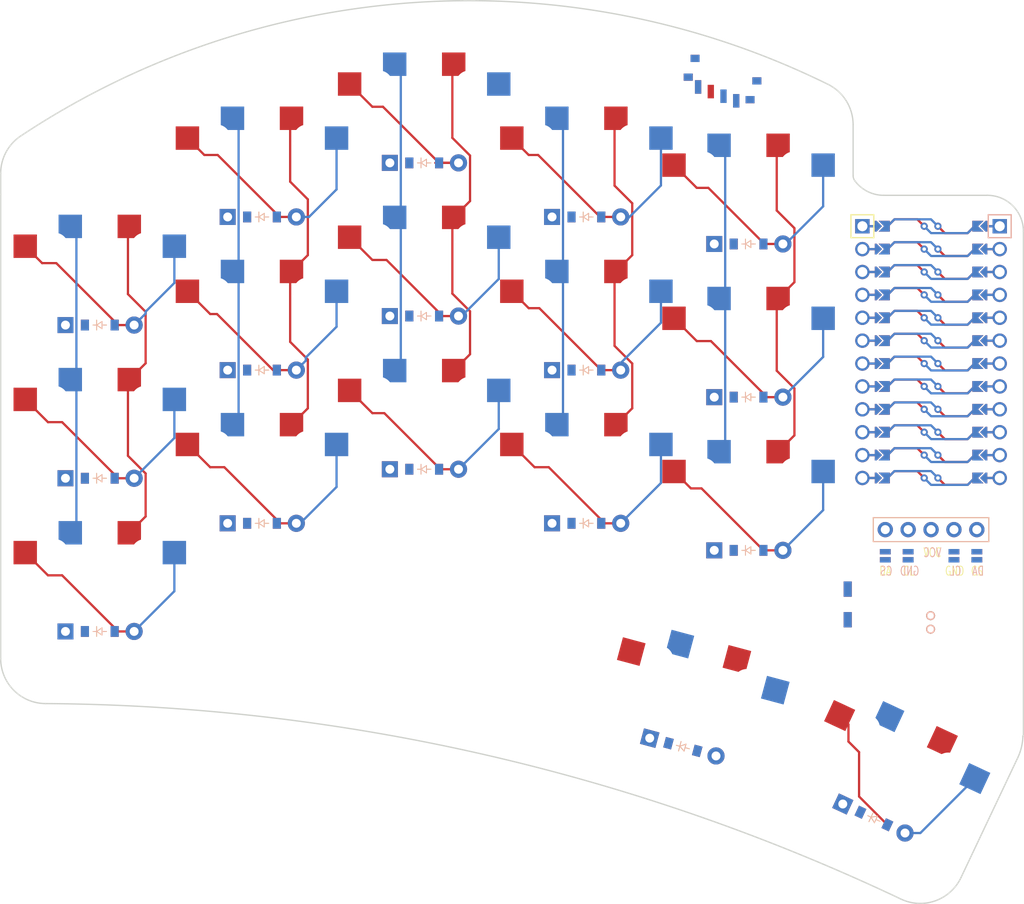
<source format=kicad_pcb>
(kicad_pcb (version 20211014) (generator pcbnew)
  (title_block (title "3x5_2") (rev "v1.0.0") (company "Unknown"))
  (layers (0 "F.Cu" signal) (31 "B.Cu" signal) (34 "B.Paste" user) (35 "F.Paste" user) (36 "B.SilkS" user "B.Silkscreen") (37 "F.SilkS" user "F.Silkscreen") (38 "B.Mask" user) (39 "F.Mask" user) (44 "Edge.Cuts" user))
  (net 0 "")
  (net 1 "P3")
  (net 2 "pinky_bot")
  (net 3 "pinky_mid")
  (net 4 "pinky_top")
  (net 5 "P4")
  (net 6 "ring_bot")
  (net 7 "ring_mid")
  (net 8 "ring_top")
  (net 9 "P5")
  (net 10 "middle_bot")
  (net 11 "middle_mid")
  (net 12 "middle_top")
  (net 13 "P6")
  (net 14 "index_bot")
  (net 15 "index_mid")
  (net 16 "index_top")
  (net 17 "P7")
  (net 18 "inner_bot")
  (net 19 "inner_mid")
  (net 20 "inner_top")
  (net 21 "out_default")
  (net 22 "in_default")
  (net 23 "P0")
  (net 24 "P1")
  (net 25 "P2")
  (net 26 "RAW")
  (net 27 "GND")
  (net 28 "RST")
  (net 29 "VCC")
  (net 30 "P21")
  (net 31 "P20")
  (net 32 "P19")
  (net 33 "P18")
  (net 34 "P15")
  (net 35 "P14")
  (net 36 "P16")
  (net 37 "P10")
  (net 38 "P8")
  (net 39 "P9")
  (net 40 "MOSI")
  (net 41 "SCK")
  (net 42 "CS")
  (net 43 "DISP1_1")
  (net 44 "DISP1_2")
  (net 45 "DISP1_4")
  (net 46 "DISP1_5")
  (net 47 "pos")
  (footprint "lib:bat" (layer "F.Cu") (at 92.2 4 180)
    (fp_text reference "")
    (fp_text value "")
  )
  (footprint "ComboDiode" (layer "F.Cu") (at 18 -7)
    (fp_text reference "D4" hide)
    (fp_text value "" hide)
  )
  (footprint "ComboDiode" (layer "F.Cu") (at 72 -21)
    (fp_text reference "D14" hide)
    (fp_text value "" hide)
  )
  (footprint "PG1350" (layer "F.Cu") (at 18 -29)
    (fp_text reference "S5" hide)
    (fp_text value "" hide)
  )
  (footprint "PG1350" (layer "F.Cu") (at 18 -12)
    (fp_text reference "S4" hide)
    (fp_text value "" hide)
  )
  (footprint "PG1350" (layer "F.Cu") (at 36 -18)
    (fp_text reference "S7" hide)
    (fp_text value "" hide)
  )
  (footprint "PG1350" (layer "F.Cu") (at 36 -52)
    (fp_text reference "S9" hide)
    (fp_text value "" hide)
  )
  (footprint "ComboDiode" (layer "F.Cu") (at 54 -24)
    (fp_text reference "D11" hide)
    (fp_text value "" hide)
  )
  (footprint "PG1350" (layer "F.Cu") (at 72 -9)
    (fp_text reference "S13" hide)
    (fp_text value "" hide)
  )
  (footprint "Button_Switch_SMD:SW_SPST_B3U-1000P" (layer "F.Cu") (at 83 2 90)
    (fp_text reference "")
    (fp_text value "")
  )
  (footprint "ComboDiode" (layer "F.Cu") (at 64.705905 17.829629 -15)
    (fp_text reference "D16" hide)
    (fp_text value "" hide)
  )
  (footprint "ComboDiode" (layer "F.Cu") (at 36 -13)
    (fp_text reference "D7" hide)
    (fp_text value "" hide)
  )
  (footprint "PG1350" (layer "F.Cu") (at 72 -43)
    (fp_text reference "S15" hide)
    (fp_text value "" hide)
  )
  (footprint "PG1350" (layer "F.Cu") (at 0 -34)
    (fp_text reference "S3" hide)
    (fp_text value "" hide)
  )
  (footprint "PG1350" (layer "F.Cu") (at 88.020322 21.229699 -25)
    (fp_text reference "S17" hide)
    (fp_text value "" hide)
  )
  (footprint "PG1350" (layer "F.Cu") (at 36 -35)
    (fp_text reference "S8" hide)
    (fp_text value "" hide)
  )
  (footprint "ComboDiode" (layer "F.Cu") (at 72 -38)
    (fp_text reference "D15" hide)
    (fp_text value "" hide)
  )
  (footprint "ComboDiode" (layer "F.Cu") (at 85.90723 25.761238 -25)
    (fp_text reference "D17" hide)
    (fp_text value "" hide)
  )
  (footprint "PG1350" (layer "F.Cu") (at 54 -29)
    (fp_text reference "S11" hide)
    (fp_text value "" hide)
  )
  (footprint "PG1350" (layer "F.Cu") (at 18 -46)
    (fp_text reference "S6" hide)
    (fp_text value "" hide)
  )
  (footprint "ComboDiode" (layer "F.Cu") (at 18 -41)
    (fp_text reference "D6" hide)
    (fp_text value "" hide)
  )
  (footprint "PG1350" (layer "F.Cu") (at 54 -12)
    (fp_text reference "S10" hide)
    (fp_text value "" hide)
  )
  (footprint "Button_Switch_SMD:SW_SPDT_PCM12" (layer "F.Cu") (at 69 -56 160)
    (fp_text reference "")
    (fp_text value "")
  )
  (footprint "PG1350" (layer "F.Cu") (at 0 0)
    (fp_text reference "S1" hide)
    (fp_text value "" hide)
  )
  (footprint "nice!view" (layer "F.Cu") (at 92.25 -23)
    (fp_text reference "DISP1" hide)
    (fp_text value "")
  )
  (footprint "ComboDiode" (layer "F.Cu") (at 36 -47)
    (fp_text reference "D9" hide)
    (fp_text value "" hide)
  )
  (footprint "ComboDiode" (layer "F.Cu") (at 54 -41)
    (fp_text reference "D12" hide)
    (fp_text value "" hide)
  )
  (footprint "PG1350" (layer "F.Cu") (at 0 -17)
    (fp_text reference "S2" hide)
    (fp_text value "" hide)
  )
  (footprint "PG1350" (layer "F.Cu") (at 72 -26)
    (fp_text reference "S14" hide)
    (fp_text value "" hide)
  )
  (footprint "PG1350" (layer "F.Cu") (at 54 -46)
    (fp_text reference "S12" hide)
    (fp_text value "" hide)
  )
  (footprint "ComboDiode" (layer "F.Cu") (at 0 5)
    (fp_text reference "D1" hide)
    (fp_text value "" hide)
  )
  (footprint "ProMicro" (layer "F.Cu") (at 92.25 -26 -90)
    (fp_text reference "MCU1" hide)
    (fp_text value "")
  )
  (footprint "PG1350" (layer "F.Cu") (at 66 13 -15)
    (fp_text reference "S16" hide)
    (fp_text value "" hide)
  )
  (footprint "ComboDiode" (layer "F.Cu") (at 0 -12)
    (fp_text reference "D2" hide)
    (fp_text value "" hide)
  )
  (footprint "ComboDiode" (layer "F.Cu") (at 72 -4)
    (fp_text reference "D13" hide)
    (fp_text value "" hide)
  )
  (footprint "ComboDiode" (layer "F.Cu") (at 36 -30)
    (fp_text reference "D8" hide)
    (fp_text value "" hide)
  )
  (footprint "ComboDiode" (layer "F.Cu") (at 54 -7)
    (fp_text reference "D10" hide)
    (fp_text value "" hide)
  )
  (footprint "ComboDiode" (layer "F.Cu") (at 0 -29)
    (fp_text reference "D3" hide)
    (fp_text value "" hide)
  )
  (footprint "ComboDiode" (layer "F.Cu") (at 18 -24)
    (fp_text reference "D5" hide)
    (fp_text value "" hide)
  )
  (gr_arc (start 102.443413 16.6) (mid 102.282652 17.841207) (end 101.867889 19.022059) (layer "Edge.Cuts") (width 0.15))
  (gr_arc (start -6.032609 13.004785) (mid -9.547044 11.528877) (end -11 8.004891) (layer "Edge.Cuts") (width 0.15))
  (gr_arc (start 83.8 -45) (mid 83.651317 -45.283772) (end 83.6 -45.6) (layer "Edge.Cuts") (width 0.15))
  (gr_line (start 87 -43.4) (end 98.5 -43.4) (layer "Edge.Cuts") (width 0.15))
  (gr_arc (start -8.764706 -49.989827) (mid 35.258776 -64.816694) (end 80.811765 -55.715695) (layer "Edge.Cuts") (width 0.15))
  (gr_arc (start 87 -43.4) (mid 85.211146 -43.822291) (end 83.8 -45) (layer "Edge.Cuts") (width 0.15))
  (gr_arc (start -6.032609 13.004785) (mid 42.625546 18.654543) (end 88.907838 34.700888) (layer "Edge.Cuts") (width 0.15))
  (gr_arc (start 80.811765 -55.715694) (mid 82.846105 -53.871676) (end 83.6 -51.231489) (layer "Edge.Cuts") (width 0.15))
  (gr_line (start -11 8.004891) (end -11 -43.5) (layer "Edge.Cuts") (width 0.15))
  (gr_line (start -11 -43.5) (end -11 -45.823725) (layer "Edge.Cuts") (width 0.15))
  (gr_line (start 101.867889 19.022059) (end 95.569153 32.323077) (layer "Edge.Cuts") (width 0.15))
  (gr_arc (start 95.569154 32.323078) (mid 92.731145 34.892116) (end 88.907838 34.700888) (layer "Edge.Cuts") (width 0.15))
  (gr_arc (start -11 -45.823725) (mid -10.405879 -48.18767) (end -8.764706 -49.989826) (layer "Edge.Cuts") (width 0.15))
  (gr_line (start 102.443413 16.6) (end 102.5 16.6) (layer "Edge.Cuts") (width 0.15))
  (gr_arc (start 98.5 -43.4) (mid 101.328427 -42.228427) (end 102.5 -39.4) (layer "Edge.Cuts") (width 0.15))
  (gr_line (start 102.5 16.6) (end 102.5 -39.4) (layer "Edge.Cuts") (width 0.15))
  (gr_line (start 83.6 -45.6) (end 83.6 -51.231489) (layer "Edge.Cuts") (width 0.15))
  (segment (start 5.0875 -12.529158) (end 5.0875 -7.7625) (width 0.25) (layer "F.Cu") (net 1))
  (segment (start 3.124999 -32.435001) (end 5.0875 -30.4725) (width 0.25) (layer "F.Cu") (net 1))
  (segment (start 3.275 -39.95) (end 3.124999 -39.799999) (width 0.25) (layer "F.Cu") (net 1))
  (segment (start 3.124999 -39.799999) (end 3.124999 -32.435001) (width 0.25) (layer "F.Cu") (net 1))
  (segment (start 5.0875 -30.4725) (end 5.0875 -24.7625) (width 0.25) (layer "F.Cu") (net 1))
  (segment (start 3.124999 -14.491659) (end 5.0875 -12.529158) (width 0.25) (layer "F.Cu") (net 1))
  (segment (start 3.275 -22.95) (end 3.124999 -22.799999) (width 0.25) (layer "F.Cu") (net 1))
  (segment (start 5.0875 -24.7625) (end 3.275 -22.95) (width 0.25) (layer "F.Cu") (net 1))
  (segment (start 3.124999 -22.799999) (end 3.124999 -14.491659) (width 0.25) (layer "F.Cu") (net 1))
  (segment (start 5.0875 -7.7625) (end 3.275 -5.95) (width 0.25) (layer "F.Cu") (net 1))
  (segment (start -3.275 -39.95) (end -2.596 -39.271) (width 0.25) (layer "B.Cu") (net 1))
  (segment (start -2.596 -22.271) (end -2.596 -6.629) (width 0.25) (layer "B.Cu") (net 1))
  (segment (start -2.596 -39.271) (end -2.596 -23.629) (width 0.25) (layer "B.Cu") (net 1))
  (segment (start -3.275 -22.95) (end -2.596 -22.271) (width 0.25) (layer "B.Cu") (net 1))
  (segment (start -2.596 -23.629) (end -3.275 -22.95) (width 0.25) (layer "B.Cu") (net 1))
  (segment (start -2.596 -6.629) (end -3.275 -5.95) (width 0.25) (layer "B.Cu") (net 1))
  (segment (start -4.180902 -1.225901) (end 2.044999 5) (width 0.25) (layer "F.Cu") (net 2))
  (segment (start -5.750901 -1.225901) (end -4.180902 -1.225901) (width 0.25) (layer "F.Cu") (net 2))
  (segment (start 2.044999 5) (end 3.81 5) (width 0.25) (layer "F.Cu") (net 2))
  (segment (start -8.275 -3.75) (end -5.750901 -1.225901) (width 0.25) (layer "F.Cu") (net 2))
  (segment (start 8.275 -3.75) (end 8.275 0.535) (width 0.25) (layer "B.Cu") (net 2))
  (segment (start 8.275 0.535) (end 3.81 5) (width 0.25) (layer "B.Cu") (net 2))
  (segment (start -5.750901 -18.225901) (end -4.180902 -18.225901) (width 0.25) (layer "F.Cu") (net 3))
  (segment (start -4.180902 -18.225901) (end 2.044999 -12) (width 0.25) (layer "F.Cu") (net 3))
  (segment (start -8.275 -20.75) (end -5.750901 -18.225901) (width 0.25) (layer "F.Cu") (net 3))
  (segment (start 2.044999 -12) (end 3.81 -12) (width 0.25) (layer "F.Cu") (net 3))
  (segment (start 8.275 -20.75) (end 8.275 -16.465) (width 0.25) (layer "B.Cu") (net 3))
  (segment (start 8.275 -16.465) (end 3.81 -12) (width 0.25) (layer "B.Cu") (net 3))
  (segment (start 2.044999 -29) (end 3.81 -29) (width 0.25) (layer "F.Cu") (net 4))
  (segment (start -8.275 -37.75) (end -6.399999 -35.874999) (width 0.25) (layer "F.Cu") (net 4))
  (segment (start -4.83 -35.874999) (end 2.044999 -29) (width 0.25) (layer "F.Cu") (net 4))
  (segment (start -6.399999 -35.874999) (end -4.83 -35.874999) (width 0.25) (layer "F.Cu") (net 4))
  (segment (start 5.08 -30.27) (end 3.81 -29) (width 0.25) (layer "B.Cu") (net 4))
  (segment (start 8.275 -33.675) (end 5.08 -30.48) (width 0.25) (layer "B.Cu") (net 4))
  (segment (start 5.08 -30.48) (end 5.08 -30.27) (width 0.25) (layer "B.Cu") (net 4))
  (segment (start 8.275 -37.75) (end 8.275 -33.675) (width 0.25) (layer "B.Cu") (net 4))
  (segment (start 23.0875 -42.9525) (end 23.0875 -36.7625) (width 0.25) (layer "F.Cu") (net 5))
  (segment (start 21.275 -34.95) (end 21.124999 -34.799999) (width 0.25) (layer "F.Cu") (net 5))
  (segment (start 21.124999 -34.799999) (end 21.124999 -27.135001) (width 0.25) (layer "F.Cu") (net 5))
  (segment (start 23.0875 -19.7625) (end 21.275 -17.95) (width 0.25) (layer "F.Cu") (net 5))
  (segment (start 21.275 -51.95) (end 21.124999 -51.799999) (width 0.25) (layer "F.Cu") (net 5))
  (segment (start 23.0875 -25.1725) (end 23.0875 -19.7625) (width 0.25) (layer "F.Cu") (net 5))
  (segment (start 21.124999 -27.135001) (end 23.0875 -25.1725) (width 0.25) (layer "F.Cu") (net 5))
  (segment (start 21.124999 -51.799999) (end 21.124999 -44.915001) (width 0.25) (layer "F.Cu") (net 5))
  (segment (start 23.0875 -36.7625) (end 21.275 -34.95) (width 0.25) (layer "F.Cu") (net 5))
  (segment (start 21.124999 -44.915001) (end 23.0875 -42.9525) (width 0.25) (layer "F.Cu") (net 5))
  (segment (start 14.725 -34.95) (end 15.404 -34.271) (width 0.25) (layer "B.Cu") (net 5))
  (segment (start 15.404 -51.271) (end 15.404 -35.629) (width 0.25) (layer "B.Cu") (net 5))
  (segment (start 15.404 -18.629) (end 14.725 -17.95) (width 0.25) (layer "B.Cu") (net 5))
  (segment (start 14.725 -51.95) (end 15.404 -51.271) (width 0.25) (layer "B.Cu") (net 5))
  (segment (start 15.404 -35.629) (end 14.725 -34.95) (width 0.25) (layer "B.Cu") (net 5))
  (segment (start 15.404 -34.271) (end 15.404 -18.629) (width 0.25) (layer "B.Cu") (net 5))
  (segment (start 9.725 -15.75) (end 12.249099 -13.225901) (width 0.25) (layer "F.Cu") (net 6))
  (segment (start 12.249099 -13.225901) (end 13.819098 -13.225901) (width 0.25) (layer "F.Cu") (net 6))
  (segment (start 13.819098 -13.225901) (end 20.044999 -7) (width 0.25) (layer "F.Cu") (net 6))
  (segment (start 20.044999 -7) (end 21.81 -7) (width 0.25) (layer "F.Cu") (net 6))
  (segment (start 26.275 -11.035) (end 22.24 -7) (width 0.25) (layer "B.Cu") (net 6))
  (segment (start 26.275 -15.75) (end 26.275 -11.035) (width 0.25) (layer "B.Cu") (net 6))
  (segment (start 9.725 -32.75) (end 12.249099 -30.225901) (width 0.25) (layer "F.Cu") (net 7))
  (segment (start 19.233686 -24) (end 21.81 -24) (width 0.25) (layer "F.Cu") (net 7))
  (segment (start 13.007785 -30.225901) (end 19.233686 -24) (width 0.25) (layer "F.Cu") (net 7))
  (segment (start 12.249099 -30.225901) (end 13.007785 -30.225901) (width 0.25) (layer "F.Cu") (net 7))
  (segment (start 26.275 -28.815) (end 22.86 -25.4) (width 0.25) (layer "B.Cu") (net 7))
  (segment (start 26.275 -32.75) (end 26.275 -28.815) (width 0.25) (layer "B.Cu") (net 7))
  (segment (start 22.86 -25.4) (end 22.86 -25.05) (width 0.25) (layer "B.Cu") (net 7))
  (segment (start 22.86 -25.05) (end 21.81 -24) (width 0.25) (layer "B.Cu") (net 7))
  (segment (start 11.600001 -47.874999) (end 13.085001 -47.874999) (width 0.25) (layer "F.Cu") (net 8))
  (segment (start 13.085001 -47.874999) (end 19.96 -41) (width 0.25) (layer "F.Cu") (net 8))
  (segment (start 9.725 -49.75) (end 11.600001 -47.874999) (width 0.25) (layer "F.Cu") (net 8))
  (segment (start 19.96 -41) (end 21.81 -41) (width 0.25) (layer "F.Cu") (net 8))
  (segment (start 26.275 -44.055) (end 23.22 -41) (width 0.25) (layer "B.Cu") (net 8))
  (segment (start 26.275 -49.75) (end 26.275 -44.055) (width 0.25) (layer "B.Cu") (net 8))
  (segment (start 23.22 -41) (end 21.81 -41) (width 0.25) (layer "B.Cu") (net 8))
  (segment (start 39.275 -57.95) (end 39.124999 -57.799999) (width 0.25) (layer "F.Cu") (net 9))
  (segment (start 39.124999 -32.491659) (end 41.0875 -30.529158) (width 0.25) (layer "F.Cu") (net 9))
  (segment (start 41.0875 -42.7625) (end 39.275 -40.95) (width 0.25) (layer "F.Cu") (net 9))
  (segment (start 41.0875 -25.7625) (end 39.275 -23.95) (width 0.25) (layer "F.Cu") (net 9))
  (segment (start 39.124999 -40.799999) (end 39.124999 -32.491659) (width 0.25) (layer "F.Cu") (net 9))
  (segment (start 41.0875 -30.529158) (end 41.0875 -25.7625) (width 0.25) (layer "F.Cu") (net 9))
  (segment (start 39.124999 -49.775001) (end 41.0875 -47.8125) (width 0.25) (layer "F.Cu") (net 9))
  (segment (start 39.124999 -57.799999) (end 39.124999 -49.775001) (width 0.25) (layer "F.Cu") (net 9))
  (segment (start 39.275 -40.95) (end 39.124999 -40.799999) (width 0.25) (layer "F.Cu") (net 9))
  (segment (start 41.0875 -47.8125) (end 41.0875 -42.7625) (width 0.25) (layer "F.Cu") (net 9))
  (segment (start 32.725 -57.95) (end 33.404 -57.271) (width 0.25) (layer "B.Cu") (net 9))
  (segment (start 33.404 -24.629) (end 32.725 -23.95) (width 0.25) (layer "B.Cu") (net 9))
  (segment (start 32.725 -40.95) (end 33.404 -40.271) (width 0.25) (layer "B.Cu") (net 9))
  (segment (start 33.404 -40.271) (end 33.404 -24.629) (width 0.25) (layer "B.Cu") (net 9))
  (segment (start 33.404 -57.271) (end 33.404 -41.629) (width 0.25) (layer "B.Cu") (net 9))
  (segment (start 33.404 -41.629) (end 32.725 -40.95) (width 0.25) (layer "B.Cu") (net 9))
  (segment (start 30.249099 -19.225901) (end 31.574099 -19.225901) (width 0.25) (layer "F.Cu") (net 10))
  (segment (start 37.8 -13) (end 39.81 -13) (width 0.25) (layer "F.Cu") (net 10))
  (segment (start 27.725 -21.75) (end 30.249099 -19.225901) (width 0.25) (layer "F.Cu") (net 10))
  (segment (start 31.574099 -19.225901) (end 37.8 -13) (width 0.25) (layer "F.Cu") (net 10))
  (segment (start 44.275 -21.75) (end 44.275 -17.465) (width 0.25) (layer "B.Cu") (net 10))
  (segment (start 44.275 -17.465) (end 39.81 -13) (width 0.25) (layer "B.Cu") (net 10))
  (segment (start 31.819098 -36.225901) (end 30.249099 -36.225901) (width 0.25) (layer "F.Cu") (net 11))
  (segment (start 39.81 -30) (end 38.044999 -30) (width 0.25) (layer "F.Cu") (net 11))
  (segment (start 30.249099 -36.225901) (end 27.725 -38.75) (width 0.25) (layer "F.Cu") (net 11))
  (segment (start 38.044999 -30) (end 31.819098 -36.225901) (width 0.25) (layer "F.Cu") (net 11))
  (segment (start 44.275 -38.75) (end 44.275 -34.115) (width 0.25) (layer "B.Cu") (net 11))
  (segment (start 44.275 -34.115) (end 40.16 -30) (width 0.25) (layer "B.Cu") (net 11))
  (segment (start 30.249099 -53.225901) (end 31.424099 -53.225901) (width 0.25) (layer "F.Cu") (net 12))
  (segment (start 37.233686 -47) (end 39.81 -47) (width 0.25) (layer "F.Cu") (net 12))
  (segment (start 37.65 -47) (end 39.81 -47) (width 0.25) (layer "F.Cu") (net 12))
  (segment (start 31.424099 -53.225901) (end 37.65 -47) (width 0.25) (layer "F.Cu") (net 12))
  (segment (start 27.725 -55.75) (end 30.249099 -53.225901) (width 0.25) (layer "F.Cu") (net 12))
  (segment (start 59.0875 -24.7325) (end 59.0875 -19.7625) (width 0.25) (layer "F.Cu") (net 13))
  (segment (start 57.275 -51.95) (end 57.124999 -51.799999) (width 0.25) (layer "F.Cu") (net 13))
  (segment (start 59.0875 -42.5125) (end 59.0875 -36.7625) (width 0.25) (layer "F.Cu") (net 13))
  (segment (start 57.275 -34.95) (end 57.124999 -34.799999) (width 0.25) (layer "F.Cu") (net 13))
  (segment (start 57.124999 -26.695001) (end 59.0875 -24.7325) (width 0.25) (layer "F.Cu") (net 13))
  (segment (start 57.124999 -51.799999) (end 57.124999 -44.475001) (width 0.25) (layer "F.Cu") (net 13))
  (segment (start 59.0875 -36.7625) (end 57.275 -34.95) (width 0.25) (layer "F.Cu") (net 13))
  (segment (start 57.124999 -44.475001) (end 59.0875 -42.5125) (width 0.25) (layer "F.Cu") (net 13))
  (segment (start 59.0875 -19.7625) (end 57.275 -17.95) (width 0.25) (layer "F.Cu") (net 13))
  (segment (start 57.124999 -34.799999) (end 57.124999 -26.695001) (width 0.25) (layer "F.Cu") (net 13))
  (segment (start 51.404 -18.629) (end 50.725 -17.95) (width 0.25) (layer "B.Cu") (net 13))
  (segment (start 50.725 -51.95) (end 51.404 -51.271) (width 0.25) (layer "B.Cu") (net 13))
  (segment (start 51.404 -35.629) (end 50.725 -34.95) (width 0.25) (layer "B.Cu") (net 13))
  (segment (start 51.404 -51.271) (end 51.404 -35.629) (width 0.25) (layer "B.Cu") (net 13))
  (segment (start 50.725 -34.95) (end 51.404 -34.271) (width 0.25) (layer "B.Cu") (net 13))
  (segment (start 51.404 -34.271) (end 51.404 -18.629) (width 0.25) (layer "B.Cu") (net 13))
  (segment (start 45.725 -15.75) (end 48.249099 -13.225901) (width 0.25) (layer "F.Cu") (net 14))
  (segment (start 48.249099 -13.225901) (end 49.819098 -13.225901) (width 0.25) (layer "F.Cu") (net 14))
  (segment (start 56.044999 -7) (end 57.81 -7) (width 0.25) (layer "F.Cu") (net 14))
  (segment (start 49.819098 -13.225901) (end 56.044999 -7) (width 0.25) (layer "F.Cu") (net 14))
  (segment (start 62.275 -11.475) (end 57.81 -7.01) (width 0.25) (layer "B.Cu") (net 14))
  (segment (start 62.275 -15.75) (end 62.275 -11.475) (width 0.25) (layer "B.Cu") (net 14))
  (segment (start 47.600001 -30.874999) (end 48.775001 -30.874999) (width 0.25) (layer "F.Cu") (net 15))
  (segment (start 45.725 -32.75) (end 47.600001 -30.874999) (width 0.25) (layer "F.Cu") (net 15))
  (segment (start 48.775001 -30.874999) (end 55.65 -24) (width 0.25) (layer "F.Cu") (net 15))
  (segment (start 55.65 -24) (end 57.81 -24) (width 0.25) (layer "F.Cu") (net 15))
  (segment (start 62.275 -29.255) (end 57.81 -24.79) (width 0.25) (layer "B.Cu") (net 15))
  (segment (start 62.275 -32.75) (end 62.275 -29.255) (width 0.25) (layer "B.Cu") (net 15))
  (segment (start 55.52 -41) (end 57.81 -41) (width 0.25) (layer "F.Cu") (net 16))
  (segment (start 47.600001 -47.874999) (end 48.645001 -47.874999) (width 0.25) (layer "F.Cu") (net 16))
  (segment (start 48.645001 -47.874999) (end 55.52 -41) (width 0.25) (layer "F.Cu") (net 16))
  (segment (start 45.725 -49.75) (end 47.600001 -47.874999) (width 0.25) (layer "F.Cu") (net 16))
  (segment (start 62.275 -49.75) (end 62.275 -44.495) (width 0.25) (layer "B.Cu") (net 16))
  (segment (start 62.275 -44.495) (end 58.42 -40.64) (width 0.25) (layer "B.Cu") (net 16))
  (segment (start 75.124999 -41.715001) (end 77.0875 -39.7525) (width 0.25) (layer "F.Cu") (net 17))
  (segment (start 75.124999 -31.799999) (end 75.124999 -23.935001) (width 0.25) (layer "F.Cu") (net 17))
  (segment (start 77.0875 -33.7625) (end 75.275 -31.95) (width 0.25) (layer "F.Cu") (net 17))
  (segment (start 75.275 -48.95) (end 75.124999 -48.799999) (width 0.25) (layer "F.Cu") (net 17))
  (segment (start 75.124999 -23.935001) (end 77.0875 -21.9725) (width 0.25) (layer "F.Cu") (net 17))
  (segment (start 77.0875 -16.7625) (end 75.275 -14.95) (width 0.25) (layer "F.Cu") (net 17))
  (segment (start 75.124999 -48.799999) (end 75.124999 -41.715001) (width 0.25) (layer "F.Cu") (net 17))
  (segment (start 77.0875 -39.7525) (end 77.0875 -33.7625) (width 0.25) (layer "F.Cu") (net 17))
  (segment (start 75.275 -31.95) (end 75.124999 -31.799999) (width 0.25) (layer "F.Cu") (net 17))
  (segment (start 77.0875 -21.9725) (end 77.0875 -16.7625) (width 0.25) (layer "F.Cu") (net 17))
  (segment (start 69.404 -32.629) (end 68.725 -31.95) (width 0.25) (layer "B.Cu") (net 17))
  (segment (start 68.725 -48.95) (end 69.404 -48.271) (width 0.25) (layer "B.Cu") (net 17))
  (segment (start 68.725 -31.95) (end 69.404 -31.271) (width 0.25) (layer "B.Cu") (net 17))
  (segment (start 69.404 -31.271) (end 69.404 -15.629) (width 0.25) (layer "B.Cu") (net 17))
  (segment (start 69.404 -48.271) (end 69.404 -32.629) (width 0.25) (layer "B.Cu") (net 17))
  (segment (start 69.404 -15.629) (end 68.725 -14.95) (width 0.25) (layer "B.Cu") (net 17))
  (segment (start 63.725 -12.75) (end 65.600001 -10.874999) (width 0.25) (layer "F.Cu") (net 18))
  (segment (start 65.600001 -10.874999) (end 66.775001 -10.874999) (width 0.25) (layer "F.Cu") (net 18))
  (segment (start 66.775001 -10.874999) (end 73.65 -4) (width 0.25) (layer "F.Cu") (net 18))
  (segment (start 73.65 -4) (end 75.81 -4) (width 0.25) (layer "F.Cu") (net 18))
  (segment (start 80.275 -12.75) (end 80.275 -8.465) (width 0.25) (layer "B.Cu") (net 18))
  (segment (start 80.275 -8.465) (end 75.81 -4) (width 0.25) (layer "B.Cu") (net 18))
  (segment (start 67.819098 -27.225901) (end 74.044999 -21) (width 0.25) (layer "F.Cu") (net 19))
  (segment (start 74.044999 -21) (end 75.81 -21) (width 0.25) (layer "F.Cu") (net 19))
  (segment (start 66.249099 -27.225901) (end 67.819098 -27.225901) (width 0.25) (layer "F.Cu") (net 19))
  (segment (start 63.725 -29.75) (end 66.249099 -27.225901) (width 0.25) (layer "F.Cu") (net 19))
  (segment (start 80.275 -29.75) (end 80.275 -25.465) (width 0.25) (layer "B.Cu") (net 19))
  (segment (start 80.275 -25.465) (end 75.81 -21) (width 0.25) (layer "B.Cu") (net 19))
  (segment (start 66.249099 -44.225901) (end 67.534099 -44.225901) (width 0.25) (layer "F.Cu") (net 20))
  (segment (start 67.534099 -44.225901) (end 73.76 -38) (width 0.25) (layer "F.Cu") (net 20))
  (segment (start 63.725 -46.75) (end 66.249099 -44.225901) (width 0.25) (layer "F.Cu") (net 20))
  (segment (start 73.76 -38) (end 75.81 -38) (width 0.25) (layer "F.Cu") (net 20))
  (segment (start 80.275 -46.75) (end 80.275 -42.175) (width 0.25) (layer "B.Cu") (net 20))
  (segment (start 80.275 -42.175) (end 76.1 -38) (width 0.25) (layer "B.Cu") (net 20))
  (segment (start 83.083677 17.219661) (end 84.26153 18.397514) (width 0.25) (layer "F.Cu") (net 22))
  (segment (start 82.105444 14.333879) (end 83.083677 15.312112) (width 0.25) (layer "F.Cu") (net 22))
  (segment (start 84.26153 18.397514) (end 84.26153 23.31745) (width 0.25) (layer "F.Cu") (net 22))
  (segment (start 83.083677 15.312112) (end 83.083677 17.219661) (width 0.25) (layer "F.Cu") (net 22))
  (segment (start 84.26153 23.31745) (end 87.402638 26.458558) (width 0.25) (layer "F.Cu") (net 22))
  (segment (start 97.104837 21.328211) (end 91.061634 27.371414) (width 0.25) (layer "B.Cu") (net 22))
  (segment (start 91.061634 27.371414) (end 89.360263 27.371414) (width 0.25) (layer "B.Cu") (net 22))
)
</source>
